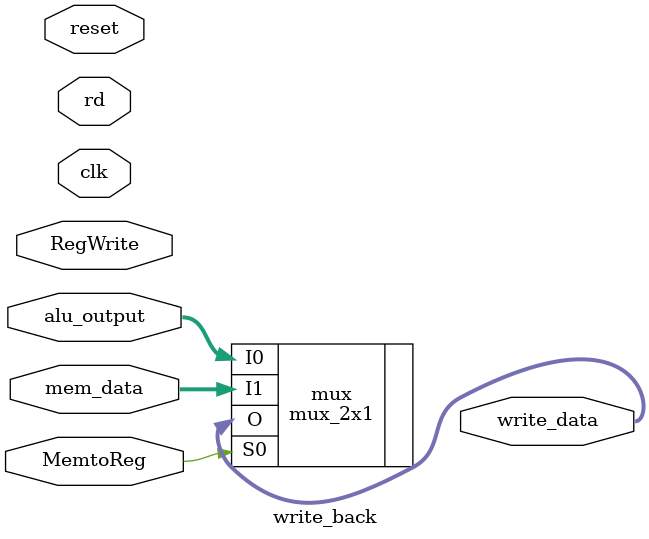
<source format=v>
module write_back(
    input clk,
    input reset,
    input RegWrite,
    input MemtoReg,
    input [4:0] rd,
    input [63:0] alu_output,
    input [63:0] mem_data,
    output [63:0] write_data
);
    // wire [63:0] write_data;
    mux_2x1 mux (
        .I0(alu_output),          // If MemtoReg is 0, select ALU output
        .I1(mem_data),            // If MemtoReg is 1, select memory data
        .S0(MemtoReg),            // Select based on MemtoReg control signal
        .O(write_data)            // Output the selected data
    );


endmodule


</source>
